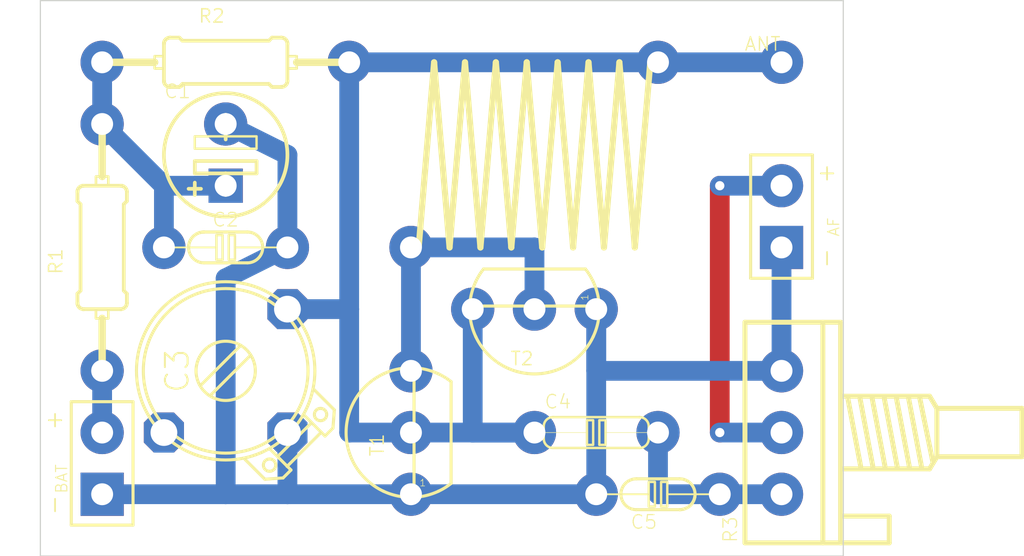
<source format=kicad_pcb>
(kicad_pcb (version 20210424) (generator pcbnew)
  (layers (0 "F.Cu" signal) (31 "B.Cu" signal) (34 "B.Paste" user) (35 "F.Paste" user) (36 "B.SilkS" user "B.Silkscreen") (37 "F.SilkS" user "F.Silkscreen") (38 "B.Mask" user) (39 "F.Mask" user) (44 "Edge.Cuts" user))
  (net 0 "")
  (net 1 "N$3")
  (net 2 "N$6")
  (net 3 "N$1")
  (net 4 "N$5")
  (net 5 "GND")
  (net 6 "N$2")
  (net 7 "VCC")
  (footprint "FM-Radio-Simple-Receiver:C050-020X036_V" (layer "F.Cu") (at 139.6111 103.7336 -90)
    (fp_text reference "C2" (at -0.8128 0) (layer "F.SilkS") (effects (font (size 0.560832 0.560832) (thickness 0.048768)) (justify bottom)))
    (fp_text value "100nF")
    (fp_line (start 0 -2.54) (end 0 -0.3937) (layer "F.SilkS") (width 0.0762))
    (fp_line (start 0.635 0.889) (end 0.635 -0.889) (layer "F.SilkS") (width 0.127))
    (fp_line (start -0.635 -0.889) (end -0.635 0.889) (layer "F.SilkS") (width 0.127))
    (fp_line (start 0 2.54) (end 0 0.381) (layer "F.SilkS") (width 0.0762))
    (fp_arc (start 0 0.889) (end 0 1.524) (angle 90) (layer "F.SilkS") (width 0.127))
    (fp_arc (start 0 -0.889) (end 0 -1.524) (angle 90) (layer "F.SilkS") (width 0.127))
    (fp_arc (start 0 0.889) (end 0.635 0.889) (angle 90) (layer "F.SilkS") (width 0.127))
    (fp_arc (start 0 -0.889) (end -0.635 -0.889) (angle 90) (layer "F.SilkS") (width 0.127))
    (fp_arc (start 0 0.889) (end 0 1.524) (angle 90) (layer "F.SilkS") (width 0.127))
    (fp_poly (pts (xy 0.508 0.127) (xy -0.508 0.127) (xy -0.508 0.381) (xy 0.508 0.381)) (layer "F.SilkS") (width 0) (fill none))
    (fp_poly (pts (xy -0.508 -0.127) (xy 0.508 -0.127) (xy 0.508 -0.381) (xy -0.508 -0.381)) (layer "F.SilkS") (width 0) (fill none))
    (pad "1" thru_hole circle (at 0 2.54 270) (size 1.778 1.778) (drill 0.9) (layers *.Cu *.Mask) (net 6 "N$2"))
    (pad "2" thru_hole circle (at 0 -2.54 270) (size 1.778 1.778) (drill 0.9) (layers *.Cu *.Mask) (net 5 "GND"))
  )
  (footprint "FM-Radio-Simple-Receiver:TO92" (layer "F.Cu") (at 152.3111 106.2736 -90)
    (fp_text reference "T2" (at 1.7145 0) (layer "F.SilkS") (effects (font (size 0.54864 0.54864) (thickness 0.06096)) (justify right top)))
    (fp_text value "2N2222")
    (fp_text user "1" (at -0.635 -1.905 -90) (layer "F.SilkS") (effects (font (size 0.280416 0.280416) (thickness 0.024384)) (justify right top)))
    (fp_line (start -1.651 -2.095) (end -1.651 2.095) (layer "F.SilkS") (width 0.127))
    (fp_line (start -0.127 2.664) (end -0.127 -2.664) (layer "F.SilkS") (width 0.127))
    (fp_arc (start 0.000091 -0.000004) (end -0.127 -2.664) (angle -22.4788) (layer "F.SilkS") (width 0.127))
    (fp_arc (start -0.000073 0.000004) (end -0.127 2.664) (angle -27.9376) (layer "F.SilkS") (width 0.127))
    (fp_arc (start 0.000109 0.000492) (end -1.651 2.095) (angle -13.6094) (layer "F.SilkS") (width 0.127))
    (fp_arc (start -0.000073 -0.000004) (end 1.1359 -2.413) (angle -27.9376) (layer "F.SilkS") (width 0.127))
    (fp_arc (start 0.000091 0.000004) (end -1.1359 2.413) (angle -22.4788) (layer "F.SilkS") (width 0.127))
    (fp_arc (start 0.000106 -0.000495) (end -1.1359 -2.4135) (angle -13.0385) (layer "F.SilkS") (width 0.127))
    (fp_arc (start -0.000008 0) (end 1.1359 -2.413) (angle 129.583) (layer "F.SilkS") (width 0.127))
    (pad "1" thru_hole circle (at 0 -2.54 180) (size 1.778 1.778) (drill 0.9) (layers *.Cu *.Mask) (net 5 "GND"))
    (pad "2" thru_hole circle (at 0 0 180) (size 1.778 1.778) (drill 0.9) (layers *.Cu *.Mask) (net 4 "N$5"))
    (pad "3" thru_hole circle (at 0 2.54 180) (size 1.778 1.778) (drill 0.9) (layers *.Cu *.Mask) (net 3 "N$1"))
  )
  (footprint "FM-Radio-Simple-Receiver:C050-020X036_V" (layer "F.Cu") (at 157.3911 113.8936 90)
    (fp_text reference "C5" (at -0.8128 0 180) (layer "F.SilkS") (effects (font (size 0.560832 0.560832) (thickness 0.048768)) (justify right top)))
    (fp_text value "2.2nF")
    (fp_line (start -0.635 -0.889) (end -0.635 0.889) (layer "F.SilkS") (width 0.127))
    (fp_line (start 0 -2.54) (end 0 -0.3937) (layer "F.SilkS") (width 0.0762))
    (fp_line (start 0.635 0.889) (end 0.635 -0.889) (layer "F.SilkS") (width 0.127))
    (fp_line (start 0 2.54) (end 0 0.381) (layer "F.SilkS") (width 0.0762))
    (fp_arc (start 0 -0.889) (end -0.635 -0.889) (angle 90) (layer "F.SilkS") (width 0.127))
    (fp_arc (start 0 0.889) (end 0 1.524) (angle 90) (layer "F.SilkS") (width 0.127))
    (fp_arc (start 0 -0.889) (end 0 -1.524) (angle 90) (layer "F.SilkS") (width 0.127))
    (fp_arc (start 0 0.889) (end 0.635 0.889) (angle 90) (layer "F.SilkS") (width 0.127))
    (fp_arc (start 0 0.889) (end 0 1.524) (angle 90) (layer "F.SilkS") (width 0.127))
    (fp_poly (pts (xy -0.508 -0.127) (xy 0.508 -0.127) (xy 0.508 -0.381) (xy -0.508 -0.381)) (layer "F.SilkS") (width 0) (fill none))
    (fp_poly (pts (xy 0.508 0.127) (xy -0.508 0.127) (xy -0.508 0.381) (xy 0.508 0.381)) (layer "F.SilkS") (width 0) (fill none))
    (pad "1" thru_hole circle (at 0 2.54 90) (size 1.778 1.778) (drill 0.9) (layers *.Cu *.Mask) (net 1 "N$3"))
    (pad "2" thru_hole circle (at 0 -2.54 90) (size 1.778 1.778) (drill 0.9) (layers *.Cu *.Mask) (net 5 "GND"))
  )
  (footprint "FM-Radio-Simple-Receiver:C050-020X044" (layer "F.Cu") (at 154.8511 111.3536)
    (fp_text reference "C4" (at -2.159 -1.27) (layer "F.SilkS") (effects (font (size 0.560832 0.560832) (thickness 0.048768)) (justify left)))
    (fp_text value "220nF")
    (fp_line (start -1.778 0.635) (end 1.778 0.635) (layer "F.SilkS") (width 0.1016))
    (fp_line (start 1.778 -0.635) (end -1.778 -0.635) (layer "F.SilkS") (width 0.1016))
    (fp_line (start 2.159 -0.254) (end 2.159 0.254) (layer "F.SilkS") (width 0.1016))
    (fp_line (start 2.54 0) (end 0.381 0) (layer "F.SilkS") (width 0.0254))
    (fp_line (start -2.54 0) (end -0.3937 0) (layer "F.SilkS") (width 0.0254))
    (fp_line (start -2.159 0.254) (end -2.159 -0.254) (layer "F.SilkS") (width 0.1016))
    (fp_arc (start 1.778 0.253999) (end 2.159 0.254) (angle 90) (layer "F.SilkS") (width 0.1016))
    (fp_arc (start 1.778 -0.253999) (end 2.159 -0.254) (angle -90) (layer "F.SilkS") (width 0.1016))
    (fp_arc (start -1.778 -0.253999) (end -2.159 -0.254) (angle 90) (layer "F.SilkS") (width 0.1016))
    (fp_arc (start -1.778 0.253999) (end -2.159 0.254) (angle -90) (layer "F.SilkS") (width 0.1016))
    (fp_poly (pts (xy 0.127 -0.508) (xy 0.127 0.508) (xy 0.381 0.508) (xy 0.381 -0.508)) (layer "F.SilkS") (width 0) (fill none))
    (fp_poly (pts (xy -0.127 0.508) (xy -0.127 -0.508) (xy -0.381 -0.508) (xy -0.381 0.508)) (layer "F.SilkS") (width 0) (fill none))
    (pad "1" thru_hole circle (at -2.54 0) (size 1.778 1.778) (drill 0.9) (layers *.Cu *.Mask) (net 3 "N$1"))
    (pad "2" thru_hole circle (at 2.54 0) (size 1.778 1.778) (drill 0.9) (layers *.Cu *.Mask) (net 1 "N$3"))
  )
  (footprint "FM-Radio-Simple-Receiver:POT" (layer "F.Cu") (at 162.4711 111.3536 90)
    (fp_text reference "R3" (at -4.572 -1.778 90) (layer "F.SilkS") (effects (font (size 0.560832 0.560832) (thickness 0.048768)) (justify left bottom)))
    (fp_text value "")
    (fp_line (start -1.395 3.755) (end 1.395 3.23) (layer "F.SilkS") (width 0.2032))
    (fp_line (start -4.54 4.43) (end -3.44 4.43) (layer "F.SilkS") (width 0.2032))
    (fp_line (start 0.995 9.89) (end 0.995 6.39) (layer "F.SilkS") (width 0.2032))
    (fp_line (start -1.17 6.215) (end 1.395 5.69) (layer "F.SilkS") (width 0.2032))
    (fp_line (start -3.44 4.43) (end -3.44 2.53) (layer "F.SilkS") (width 0.2032))
    (fp_line (start -4.54 -1.504) (end 4.54 -1.504) (layer "F.SilkS") (width 0.2032))
    (fp_line (start -0.995 9.89) (end 0.995 9.89) (layer "F.SilkS") (width 0.2032))
    (fp_line (start -0.995 6.39) (end 0.995 6.39) (layer "F.SilkS") (width 0.2032))
    (fp_line (start -1.395 4.755) (end 1.395 4.23) (layer "F.SilkS") (width 0.2032))
    (fp_line (start 4.54 2.43) (end 4.54 -1.504) (layer "F.SilkS") (width 0.2032))
    (fp_line (start -4.54 2.43) (end 4.54 2.43) (layer "F.SilkS") (width 0.2032))
    (fp_line (start -1.395 5.755) (end 1.395 5.23) (layer "F.SilkS") (width 0.2032))
    (fp_line (start -4.54 2.43) (end -4.54 -1.504) (layer "F.SilkS") (width 0.2032))
    (fp_line (start -4.54 1.7) (end 4.54 1.7) (layer "F.SilkS") (width 0.2032))
    (fp_line (start 1.495 6.09) (end 1.495 2.53) (layer "F.SilkS") (width 0.2032))
    (fp_line (start -1.495 2.53) (end -1.495 6.09) (layer "F.SilkS") (width 0.2032))
    (fp_line (start -0.995 6.39) (end -0.995 9.89) (layer "F.SilkS") (width 0.2032))
    (fp_line (start -1.395 4.255) (end 1.395 3.73) (layer "F.SilkS") (width 0.2032))
    (fp_line (start -1.395 3.255) (end 1.395 2.73) (layer "F.SilkS") (width 0.2032))
    (fp_line (start -4.54 2.43) (end -4.54 4.43) (layer "F.SilkS") (width 0.2032))
    (fp_line (start -1.395 5.255) (end 1.395 4.73) (layer "F.SilkS") (width 0.2032))
    (fp_line (start -1.495 6.09) (end -0.995 6.39) (layer "F.SilkS") (width 0.2032))
    (fp_line (start 0.995 6.39) (end 1.495 6.09) (layer "F.SilkS") (width 0.2032))
    (pad "A" thru_hole circle (at -2.54 0 90) (size 1.778 1.778) (drill 0.9) (layers *.Cu *.Mask) (net 1 "N$3"))
    (pad "E" thru_hole circle (at 2.54 0 90) (size 1.778 1.778) (drill 0.9) (layers *.Cu *.Mask) (net 5 "GND"))
    (pad "S" thru_hole circle (at 0 0 90) (size 1.778 1.778) (drill 0.9) (layers *.Cu *.Mask) (net 2 "N$6"))
  )
  (footprint "FM-Radio-Simple-Receiver:TRIM-2222-808" (layer "F.Cu") (at 139.6111 108.8136 90)
    (fp_text reference "C3" (at 0 -2.54 90) (layer "F.SilkS") (effects (font (size 0.93472 0.93472) (thickness 0.08128)) (justify top)))
    (fp_text value "2 - 20pF")
    (fp_line (start -3.522565 2.144496) (end -2.149187 3.517875) (layer "F.SilkS") (width 0.127))
    (fp_line (start -4.435428 1.986856) (end -4.408281 2.360428) (layer "F.SilkS") (width 0.127))
    (fp_line (start 0.634225 1.018293) (end -1.01894 -0.634871) (layer "F.SilkS") (width 0.127))
    (fp_line (start -3.934215 2.524809) (end -3.22785 3.231171) (layer "F.SilkS") (width 0.127))
    (fp_line (start -2.682996 4.085821) (end -2.356937 4.411884) (layer "F.SilkS") (width 0.127))
    (fp_line (start -1.9819 4.440509) (end -1.606878 4.469103) (layer "F.SilkS") (width 0.127))
    (fp_line (start -3.647518 0.798231) (end -4.462581 1.61329) (layer "F.SilkS") (width 0.127))
    (fp_line (start -4.462581 1.61329) (end -4.435428 1.986856) (layer "F.SilkS") (width 0.127))
    (fp_line (start -1.606878 4.469103) (end -0.751418 3.613643) (layer "F.SilkS") (width 0.127))
    (fp_line (start -1.832978 3.235806) (end -2.682996 4.085821) (layer "F.SilkS") (width 0.127))
    (fp_line (start -4.082278 2.686431) (end -3.232259 1.836412) (layer "F.SilkS") (width 0.127))
    (fp_line (start 1.041712 0.610803) (end -0.611453 -1.042362) (layer "F.SilkS") (width 0.127))
    (fp_line (start -2.356937 4.411884) (end -1.9819 4.440509) (layer "F.SilkS") (width 0.127))
    (fp_line (start -4.408281 2.360428) (end -4.082278 2.686431) (layer "F.SilkS") (width 0.127))
    (fp_line (start -2.584971 3.874165) (end -3.227831 3.231306) (layer "F.SilkS") (width 0.127))
    (fp_circle (center -1.798715 3.90144) (end -1.544715 3.90144) (layer "F.SilkS") (width 0.127) (fill none))
    (fp_circle (center 0 0) (end 1.2192 0) (layer "F.SilkS") (width 0.127) (fill none))
    (fp_circle (center 0 0) (end 3.386996 0) (layer "F.SilkS") (width 0.127) (fill none))
    (fp_circle (center 0 0) (end 3.668737 0) (layer "F.SilkS") (width 0.127) (fill none))
    (fp_circle (center -3.881025 1.805128) (end -3.627025 1.805128) (layer "F.SilkS") (width 0.127) (fill none))
    (pad "1" thru_hole roundrect (at -2.54 -2.54 90) (size 1.65 1.65) (drill 1.1) (layers *.Cu *.Mask) (chamfer_ratio 0.25) (chamfer top_left top_right bottom_left bottom_right))
    (pad "2" thru_hole roundrect (at -2.54 2.54 90) (size 1.65 1.65) (drill 1.1) (layers *.Cu *.Mask) (chamfer_ratio 0.25) (chamfer top_left top_right bottom_left bottom_right) (net 5 "GND"))
    (pad "3" thru_hole roundrect (at 2.54 2.54 90) (size 1.65 1.65) (drill 1.1) (layers *.Cu *.Mask) (chamfer_ratio 0.25) (chamfer top_left top_right bottom_left bottom_right) (net 3 "N$1"))
  )
  (footprint "FM-Radio-Simple-Receiver:SPAD-+" (layer "F.Cu") (at 134.5311 112.6236)
    (fp_text reference "BAT" (at -1.93675 0 90) (layer "F.SilkS") (effects (font (size 0.46228 0.46228) (thickness 0.04572)) (justify right top)))
    (fp_text value "VCC_GNDL")
    (fp_line (start -2.19075 -1.778) (end -1.68275 -1.778) (layer "F.SilkS") (width 0.0762))
    (fp_line (start -1.93675 1.9685) (end -1.93675 1.4605) (layer "F.SilkS") (width 0.0762))
    (fp_line (start -1.27 2.54) (end 1.27 2.54) (layer "F.SilkS") (width 0.127))
    (fp_line (start -1.93675 -1.524) (end -1.93675 -2.032) (layer "F.SilkS") (width 0.0762))
    (fp_line (start 1.27 -2.54) (end -1.27 -2.54) (layer "F.SilkS") (width 0.127))
    (fp_line (start -1.27 -2.54) (end -1.27 2.54) (layer "F.SilkS") (width 0.127))
    (fp_line (start 1.27 2.54) (end 1.27 -2.54) (layer "F.SilkS") (width 0.127))
    (pad "1" thru_hole rect (at 0 1.27 180) (size 1.778 1.778) (drill 0.9) (layers *.Cu) (net 5 "GND"))
    (pad "2" thru_hole circle (at 0 -1.27) (size 1.778 1.778) (drill 0.9) (layers *.Cu) (net 7 "VCC"))
  )
  (footprint "FM-Radio-Simple-Receiver:SPAD+-" (layer "F.Cu") (at 162.4711 102.4636)
    (fp_text reference "AF" (at 1.87325 0 90) (layer "F.SilkS") (effects (font (size 0.46228 0.46228) (thickness 0.04572)) (justify right top)))
    (fp_text value "SPAD+-+-" hide)
    (fp_line (start -1.27 2.54) (end 1.27 2.54) (layer "F.SilkS") (width 0.127))
    (fp_line (start 1.27 2.54) (end 1.27 -2.54) (layer "F.SilkS") (width 0.127))
    (fp_line (start 1.87325 -1.524) (end 1.87325 -2.032) (layer "F.SilkS") (width 0.0762))
    (fp_line (start 1.61925 -1.778) (end 2.12725 -1.778) (layer "F.SilkS") (width 0.0762))
    (fp_line (start 1.87325 1.9685) (end 1.87325 1.4605) (layer "F.SilkS") (width 0.0762))
    (fp_line (start -1.27 -2.54) (end -1.27 2.54) (layer "F.SilkS") (width 0.127))
    (fp_line (start 1.27 -2.54) (end -1.27 -2.54) (layer "F.SilkS") (width 0.127))
    (pad "1" thru_hole rect (at 0 1.27) (size 1.778 1.778) (drill 0.9) (layers *.Cu) (net 5 "GND"))
    (pad "2" thru_hole circle (at 0 -1.27) (size 1.778 1.778) (drill 0.9) (layers *.Cu) (net 2 "N$6"))
  )
  (footprint "FM-Radio-Simple-Receiver:0204_10" (layer "F.Cu") (at 139.6111 96.1136)
    (fp_text reference "R2" (at 0 -1.5875) (layer "F.SilkS") (effects (font (size 0.54864 0.54864) (thickness 0.06096)) (justify right bottom)))
    (fp_text value "")
    (fp_line (start 2.54 0.762) (end 2.54 -0.762) (layer "F.SilkS") (width 0.1524))
    (fp_line (start 2.286 1.016) (end 1.905 1.016) (layer "F.SilkS") (width 0.1524))
    (fp_line (start 1.778 -0.889) (end -1.778 -0.889) (layer "F.SilkS") (width 0.1524))
    (fp_line (start -2.286 -1.016) (end -1.905 -1.016) (layer "F.SilkS") (width 0.1524))
    (fp_line (start -2.286 1.016) (end -1.905 1.016) (layer "F.SilkS") (width 0.1524))
    (fp_line (start -2.54 0.762) (end -2.54 -0.762) (layer "F.SilkS") (width 0.1524))
    (fp_line (start 5.08 0) (end 2.921 0) (layer "F.SilkS") (width 0.3048))
    (fp_line (start 1.778 0.889) (end 1.905 1.016) (layer "F.SilkS") (width 0.1524))
    (fp_line (start -1.778 -0.889) (end -1.905 -1.016) (layer "F.SilkS") (width 0.1524))
    (fp_line (start -5.08 0) (end -2.921 0) (layer "F.SilkS") (width 0.3048))
    (fp_line (start -1.778 0.889) (end -1.905 1.016) (layer "F.SilkS") (width 0.1524))
    (fp_line (start 2.286 -1.016) (end 1.905 -1.016) (layer "F.SilkS") (width 0.1524))
    (fp_line (start 1.778 0.889) (end -1.778 0.889) (layer "F.SilkS") (width 0.1524))
    (fp_line (start 1.778 -0.889) (end 1.905 -1.016) (layer "F.SilkS") (width 0.1524))
    (fp_arc (start -2.286 0.762) (end -2.54 0.762) (angle -90) (layer "F.SilkS") (width 0.1524))
    (fp_arc (start 2.286 -0.762) (end 2.286 -1.016) (angle 90) (layer "F.SilkS") (width 0.1524))
    (fp_arc (start -2.286 -0.762) (end -2.54 -0.762) (angle 90) (layer "F.SilkS") (width 0.1524))
    (fp_arc (start -2.286 0.762) (end -2.54 0.762) (angle -90) (layer "F.SilkS") (width 0.1524))
    (fp_arc (start 2.286 0.762) (end 2.286 1.016) (angle -90) (layer "F.SilkS") (width 0.1524))
    (fp_arc (start -2.286 -0.762) (end -2.54 -0.762) (angle 90) (layer "F.SilkS") (width 0.1524))
    (fp_arc (start 2.286 0.762) (end 2.286 1.016) (angle -90) (layer "F.SilkS") (width 0.1524))
    (fp_arc (start 2.286 -0.762) (end 2.286 -1.016) (angle 90) (layer "F.SilkS") (width 0.1524))
    (fp_poly (pts (xy 2.54 0.254) (xy 2.921 0.254) (xy 2.921 -0.254) (xy 2.54 -0.254)) (layer "F.SilkS") (width 0) (fill none))
    (fp_poly (pts (xy -2.921 0.254) (xy -2.54 0.254) (xy -2.54 -0.254) (xy -2.921 -0.254)) (layer "F.SilkS") (width 0) (fill none))
    (fp_poly (pts (xy 2.54 0.254) (xy 2.921 0.254) (xy 2.921 -0.254) (xy 2.54 -0.254)) (layer "F.SilkS") (width 0) (fill none))
    (fp_poly (pts (xy -2.921 0.254) (xy -2.54 0.254) (xy -2.54 -0.254) (xy -2.921 -0.254)) (layer "F.SilkS") (width 0) (fill none))
    (pad "1" thru_hole circle (at -5.08 0) (size 1.778 1.778) (drill 0.9) (layers *.Cu *.Mask) (net 6 "N$2"))
    (pad "2" thru_hole circle (at 5.08 0) (size 1.778 1.778) (drill 0.9) (layers *.Cu *.Mask) (net 3 "N$1"))
  )
  (footprint "FM-Radio-Simple-Receiver:TO92" (layer "F.Cu") (at 147.2311 111.3536 180)
    (fp_text reference "T1" (at 1.7145 0 270) (layer "F.SilkS") (effects (font (size 0.54864 0.54864) (thickness 0.06096)) (justify right top)))
    (fp_text value "2N2222")
    (fp_text user "1" (at -0.635 -1.905 180) (layer "F.SilkS") (effects (font (size 0.280416 0.280416) (thickness 0.024384)) (justify right top)))
    (fp_line (start -0.127 2.664) (end -0.127 -2.664) (layer "F.SilkS") (width 0.127))
    (fp_line (start -1.651 -2.095) (end -1.651 2.095) (layer "F.SilkS") (width 0.127))
    (fp_arc (start -0.000073 -0.000004) (end 1.1359 -2.413) (angle -27.9376) (layer "F.SilkS") (width 0.127))
    (fp_arc (start -0.000008 0) (end 1.1359 -2.413) (angle 129.583) (layer "F.SilkS") (width 0.127))
    (fp_arc (start 0.000106 -0.000495) (end -1.1359 -2.4135) (angle -13.0385) (layer "F.SilkS") (width 0.127))
    (fp_arc (start 0.000091 -0.000004) (end -0.127 -2.664) (angle -22.4788) (layer "F.SilkS") (width 0.127))
    (fp_arc (start 0.000109 0.000492) (end -1.651 2.095) (angle -13.6094) (layer "F.SilkS") (width 0.127))
    (fp_arc (start -0.000073 0.000004) (end -0.127 2.664) (angle -27.9376) (layer "F.SilkS") (width 0.127))
    (fp_arc (start 0.000091 0.000004) (end -1.1359 2.413) (angle -22.4788) (layer "F.SilkS") (width 0.127))
    (pad "1" thru_hole circle (at 0 -2.54 90) (size 1.778 1.778) (drill 0.9) (layers *.Cu *.Mask) (net 5 "GND"))
    (pad "2" thru_hole circle (at 0 0 90) (size 1.778 1.778) (drill 0.9) (layers *.Cu *.Mask) (net 3 "N$1"))
    (pad "3" thru_hole circle (at 0 2.54 90) (size 1.778 1.778) (drill 0.9) (layers *.Cu *.Mask) (net 4 "N$5"))
  )
  (footprint "FM-Radio-Simple-Receiver:SPAD" (layer "F.Cu") (at 162.4711 96.1136 -90)
    (fp_text reference "ANT" (at -1.0795 0) (layer "F.SilkS") (effects (font (size 0.554736 0.554736) (thickness 0.054864)) (justify right top)))
    (fp_text value "ANT" hide)
    (pad "1" thru_hole circle (at 0 0 270) (size 1.778 1.778) (drill 0.9) (layers *.Cu) (net 3 "N$1"))
  )
  (footprint "FM-Radio-Simple-Receiver:E2,5-5_V" (layer "F.Cu") (at 139.6111 99.9236)
    (fp_text reference "C1" (at -1.397 -2.286) (layer "F.SilkS") (effects (font (size 0.560832 0.560832) (thickness 0.048768)) (justify right bottom)))
    (fp_text value "")
    (fp_line (start -1.27 0.254) (end -1.27 0.762) (layer "F.SilkS") (width 0.1524))
    (fp_line (start 1.27 0.762) (end 1.27 0.254) (layer "F.SilkS") (width 0.1524))
    (fp_line (start 1.27 0.254) (end -1.27 0.254) (layer "F.SilkS") (width 0.1524))
    (fp_line (start -1.27 1.397) (end -1.27 1.143) (layer "F.SilkS") (width 0.1524))
    (fp_line (start -1.27 1.397) (end -1.524 1.397) (layer "F.SilkS") (width 0.1524))
    (fp_line (start 0 1.651) (end 0 0.762) (layer "F.SilkS") (width 0.1524))
    (fp_line (start -1.016 1.397) (end -1.27 1.397) (layer "F.SilkS") (width 0.1524))
    (fp_line (start 0 -0.635) (end 0 -1.651) (layer "F.SilkS") (width 0.1524))
    (fp_line (start -1.27 1.651) (end -1.27 1.397) (layer "F.SilkS") (width 0.1524))
    (fp_line (start -1.27 0.762) (end 0 0.762) (layer "F.SilkS") (width 0.1524))
    (fp_line (start 0 0.762) (end 1.27 0.762) (layer "F.SilkS") (width 0.1524))
    (fp_circle (center 0 0) (end 2.54 0) (layer "F.SilkS") (width 0.1524) (fill none))
    (fp_poly (pts (xy 1.27 -0.254) (xy 1.27 -0.762) (xy -1.27 -0.762) (xy -1.27 -0.254)) (layer "F.SilkS") (width 0) (fill none))
    (pad "+" thru_hole rect (at 0 1.27) (size 1.408 1.408) (drill 0.9) (layers *.Cu *.Mask) (net 6 "N$2"))
    (pad "-" thru_hole circle (at 0 -1.27) (size 1.778 1.778) (drill 0.9) (layers *.Cu *.Mask) (net 5 "GND"))
  )
  (footprint "FM-Radio-Simple-Receiver:L-10_10X" (layer "F.Cu") (at 154.8511 101.1936 -90)
    (fp_text reference "L1" hide)
    (fp_text value "" hide)
    (fp_line (start -5.08 0.3175) (end 2.54 -0.3175) (layer "F.SilkS") (width 0.254))
    (fp_line (start -5.08 4.1275) (end 2.54 3.4925) (layer "F.SilkS") (width 0.254))
    (fp_line (start -5.08 5.3975) (end 2.54 4.7625) (layer "F.SilkS") (width 0.254))
    (fp_line (start -5.08 2.8575) (end 2.54 2.2225) (layer "F.SilkS") (width 0.254))
    (fp_line (start -5.08 6.6675) (end 2.54 6.0325) (layer "F.SilkS") (width 0.254))
    (fp_line (start 2.54 4.7625) (end -5.08 4.1275) (layer "F.SilkS") (width 0.254))
    (fp_line (start -5.08 -0.9525) (end 2.54 -1.5875) (layer "F.SilkS") (width 0.254))
    (fp_line (start 2.54 3.4925) (end -5.08 2.8575) (layer "F.SilkS") (width 0.254))
    (fp_line (start -5.08 1.5875) (end 2.54 0.9525) (layer "F.SilkS") (width 0.254))
    (fp_line (start 2.54 -1.5875) (end -5.08 -2.2225) (layer "F.SilkS") (width 0.254))
    (fp_line (start 2.54 0.9525) (end -5.08 0.3175) (layer "F.SilkS") (width 0.254))
    (fp_line (start 2.54 7.3025) (end -5.08 6.6675) (layer "F.SilkS") (width 0.254))
    (fp_line (start 2.54 -0.3175) (end -5.08 -0.9525) (layer "F.SilkS") (width 0.254))
    (fp_line (start 2.54 6.0325) (end -5.08 5.3975) (layer "F.SilkS") (width 0.254))
    (fp_line (start 2.54 2.2225) (end -5.08 1.5875) (layer "F.SilkS") (width 0.254))
    (pad "P$1" thru_hole circle (at -5.08 -2.54 270) (size 1.778 1.778) (drill 0.9) (layers *.Cu *.Mask) (net 3 "N$1"))
    (pad "P$2" thru_hole circle (at 2.54 7.62 270) (size 1.778 1.778) (drill 0.9) (layers *.Cu *.Mask) (net 4 "N$5"))
  )
  (footprint "FM-Radio-Simple-Receiver:0204_10" (layer "F.Cu") (at 134.5311 103.7336 90)
    (fp_text reference "R1" (at 0 -1.5875 90) (layer "F.SilkS") (effects (font (size 0.54864 0.54864) (thickness 0.06096)) (justify right bottom)))
    (fp_text value "")
    (fp_line (start -2.286 -1.016) (end -1.905 -1.016) (layer "F.SilkS") (width 0.1524))
    (fp_line (start 1.778 0.889) (end 1.905 1.016) (layer "F.SilkS") (width 0.1524))
    (fp_line (start 2.54 0.762) (end 2.54 -0.762) (layer "F.SilkS") (width 0.1524))
    (fp_line (start -2.54 0.762) (end -2.54 -0.762) (layer "F.SilkS") (width 0.1524))
    (fp_line (start 1.778 -0.889) (end 1.905 -1.016) (layer "F.SilkS") (width 0.1524))
    (fp_line (start 2.286 -1.016) (end 1.905 -1.016) (layer "F.SilkS") (width 0.1524))
    (fp_line (start -5.08 0) (end -2.921 0) (layer "F.SilkS") (width 0.3048))
    (fp_line (start 1.778 0.889) (end -1.778 0.889) (layer "F.SilkS") (width 0.1524))
    (fp_line (start 5.08 0) (end 2.921 0) (layer "F.SilkS") (width 0.3048))
    (fp_line (start -1.778 0.889) (end -1.905 1.016) (layer "F.SilkS") (width 0.1524))
    (fp_line (start -1.778 -0.889) (end -1.905 -1.016) (layer "F.SilkS") (width 0.1524))
    (fp_line (start -2.286 1.016) (end -1.905 1.016) (layer "F.SilkS") (width 0.1524))
    (fp_line (start 1.778 -0.889) (end -1.778 -0.889) (layer "F.SilkS") (width 0.1524))
    (fp_line (start 2.286 1.016) (end 1.905 1.016) (layer "F.SilkS") (width 0.1524))
    (fp_arc (start -2.286 -0.762) (end -2.54 -0.762) (angle 90) (layer "F.SilkS") (width 0.1524))
    (fp_arc (start 2.286 -0.762) (end 2.286 -1.016) (angle 90) (layer "F.SilkS") (width 0.1524))
    (fp_arc (start 2.286 -0.762) (end 2.286 -1.016) (angle 90) (layer "F.SilkS") (width 0.1524))
    (fp_arc (start -2.286 0.762) (end -2.54 0.762) (angle -90) (layer "F.SilkS") (width 0.1524))
    (fp_arc (start 2.286 0.762) (end 2.286 1.016) (angle -90) (layer "F.SilkS") (width 0.1524))
    (fp_arc (start -2.286 0.762) (end -2.54 0.762) (angle -90) (layer "F.SilkS") (width 0.1524))
    (fp_arc (start 2.286 0.762) (end 2.286 1.016) (angle -90) (layer "F.SilkS") (width 0.1524))
    (fp_arc (start -2.286 -0.762) (end -2.54 -0.762) (angle 90) (layer "F.SilkS") (width 0.1524))
    (fp_poly (pts (xy 2.54 0.254) (xy 2.921 0.254) (xy 2.921 -0.254) (xy 2.54 -0.254)) (layer "F.SilkS") (width 0) (fill none))
    (fp_poly (pts (xy -2.921 0.254) (xy -2.54 0.254) (xy -2.54 -0.254) (xy -2.921 -0.254)) (layer "F.SilkS") (width 0) (fill none))
    (fp_poly (pts (xy 2.54 0.254) (xy 2.921 0.254) (xy 2.921 -0.254) (xy 2.54 -0.254)) (layer "F.SilkS") (width 0) (fill none))
    (fp_poly (pts (xy -2.921 0.254) (xy -2.54 0.254) (xy -2.54 -0.254) (xy -2.921 -0.254)) (layer "F.SilkS") (width 0) (fill none))
    (pad "1" thru_hole circle (at -5.08 0 90) (size 1.778 1.778) (drill 0.9) (layers *.Cu *.Mask) (net 7 "VCC"))
    (pad "2" thru_hole circle (at 5.08 0 90) (size 1.778 1.778) (drill 0.9) (layers *.Cu *.Mask) (net 6 "N$2"))
  )
  (gr_line (start 165.0111 93.5736) (end 131.9911 93.5736) (layer "Edge.Cuts") (width 0.05))
  (gr_line (start 131.9911 93.5736) (end 131.9911 116.4336) (layer "Edge.Cuts") (width 0.05))
  (gr_line (start 131.9911 116.4336) (end 165.0111 116.4336) (layer "Edge.Cuts") (width 0.05))
  (gr_line (start 165.0111 116.4336) (end 165.0111 93.5736) (layer "Edge.Cuts") (width 0.05))
  (segment (start 159.9311 113.8936) (end 157.3911 113.8936) (width 0.8128) (layer "B.Cu") (net 1))
  (segment (start 162.4711 113.8936) (end 159.9311 113.8936) (width 0.8128) (layer "B.Cu") (net 1))
  (segment (start 157.3911 113.8936) (end 157.3911 111.3536) (width 0.8128) (layer "B.Cu") (net 1))
  (segment (start 159.9311 111.3536) (end 159.9311 101.1936) (width 0.8128) (layer "F.Cu") (net 2))
  (via (at 159.9311 101.1936) (size 0.7874) (drill 0.381) (layers "F.Cu" "B.Cu") (net 2))
  (via (at 159.9311 111.3536) (size 0.7874) (drill 0.381) (layers "F.Cu" "B.Cu") (net 2))
  (segment (start 159.9311 101.1936) (end 162.4711 101.1936) (width 0.8128) (layer "B.Cu") (net 2))
  (segment (start 162.4711 111.3536) (end 159.9311 111.3536) (width 0.8128) (layer "B.Cu") (net 2))
  (segment (start 147.2311 111.3536) (end 144.6911 111.3536) (width 0.8128) (layer "B.Cu") (net 3))
  (segment (start 144.6911 96.1136) (end 144.6911 106.2736) (width 0.8128) (layer "B.Cu") (net 3))
  (segment (start 162.4711 96.1136) (end 157.3911 96.1136) (width 0.8128) (layer "B.Cu") (net 3))
  (segment (start 144.6911 96.1136) (end 157.3911 96.1136) (width 0.8128) (layer "B.Cu") (net 3))
  (segment (start 144.6911 111.3536) (end 144.6911 106.2736) (width 0.8128) (layer "B.Cu") (net 3))
  (segment (start 144.6911 106.2736) (end 142.1511 106.2736) (width 0.8128) (layer "B.Cu") (net 3))
  (segment (start 149.7711 111.3536) (end 149.7711 106.2736) (width 0.8128) (layer "B.Cu") (net 3))
  (segment (start 152.3111 111.3536) (end 149.7711 111.3536) (width 0.8128) (layer "B.Cu") (net 3))
  (segment (start 147.2311 111.3536) (end 152.3111 111.3536) (width 0.8128) (layer "B.Cu") (net 3))
  (segment (start 147.2311 108.8136) (end 147.2311 103.7336) (width 0.8128) (layer "B.Cu") (net 4))
  (segment (start 152.3111 103.7336) (end 152.3111 106.2736) (width 0.8128) (layer "B.Cu") (net 4))
  (segment (start 147.2311 103.7336) (end 152.3111 103.7336) (width 0.8128) (layer "B.Cu") (net 4))
  (segment (start 139.6111 105.0036) (end 142.1511 103.7336) (width 0.8128) (layer "B.Cu") (net 5))
  (segment (start 154.8511 108.8136) (end 162.4711 108.8136) (width 0.8128) (layer "B.Cu") (net 5))
  (segment (start 139.6111 113.8936) (end 139.6111 105.0036) (width 0.8128) (layer "B.Cu") (net 5))
  (segment (start 142.1511 103.7336) (end 142.1511 99.9236) (width 0.8128) (layer "B.Cu") (net 5))
  (segment (start 139.6111 113.8936) (end 134.5311 113.8936) (width 0.8128) (layer "B.Cu") (net 5))
  (segment (start 154.8511 113.8936) (end 154.8511 106.2736) (width 0.8128) (layer "B.Cu") (net 5))
  (segment (start 162.4711 108.8136) (end 162.4711 103.7336) (width 0.8128) (layer "B.Cu") (net 5))
  (segment (start 142.1511 113.8936) (end 147.2311 113.8936) (width 0.8128) (layer "B.Cu") (net 5))
  (segment (start 142.1511 99.9236) (end 139.6111 98.6536) (width 0.8128) (layer "B.Cu") (net 5))
  (segment (start 154.8511 106.2736) (end 154.8511 108.8136) (width 0.8128) (layer "B.Cu") (net 5))
  (segment (start 142.1511 113.8936) (end 139.6111 113.8936) (width 0.8128) (layer "B.Cu") (net 5))
  (segment (start 147.2311 113.8936) (end 154.8511 113.8936) (width 0.8128) (layer "B.Cu") (net 5))
  (segment (start 142.1511 111.3536) (end 142.1511 113.8936) (width 0.8128) (layer "B.Cu") (net 5))
  (segment (start 134.5311 96.1136) (end 134.5311 98.6536) (width 0.8128) (layer "B.Cu") (net 6))
  (segment (start 137.0711 103.7336) (end 137.0711 101.1936) (width 0.8128) (layer "B.Cu") (net 6))
  (segment (start 137.0711 101.1936) (end 139.6111 101.1936) (width 0.8128) (layer "B.Cu") (net 6))
  (segment (start 134.5311 98.6536) (end 137.0711 101.1936) (width 0.8128) (layer "B.Cu") (net 6))
  (segment (start 134.5311 111.3536) (end 134.5311 108.8136) (width 0.8128) (layer "B.Cu") (net 7))
)
</source>
